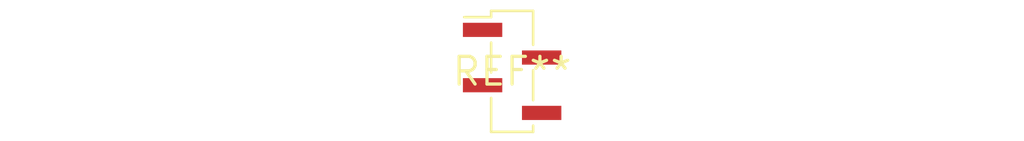
<source format=kicad_pcb>
(kicad_pcb (version 20240108) (generator pcbnew)
  (layers (0 "F.Cu" signal) (31 "B.Cu" signal) (34 "B.Paste" user) (35 "F.Paste" user) (36 "B.SilkS" user "B.Silkscreen") (37 "F.SilkS" user "F.Silkscreen") (38 "B.Mask" user) (39 "F.Mask" user) (44 "Edge.Cuts" user))
  (net 0 "")
  (footprint "PinSocket_1x04_P1.27mm_Vertical_SMD_Pin1Left" (layer "F.Cu") (at 0 0)
    (property "Reference" "REF**")
    (property "Value" "PinSocket_1x04_P1.27mm_Vertical_SMD_Pin1Left")
    (fp_line (start -2.19 -2.49) (end -0.96 -2.49) (layer "F.SilkS") (stroke (width 0.12)))
    (fp_line (start -0.96 -2.775) (end -0.96 -2.49) (layer "F.SilkS") (stroke (width 0.12)))
    (fp_line (start -0.96 -2.775) (end 0.96 -2.775) (layer "F.SilkS") (stroke (width 0.12)))
    (fp_line (start -0.96 -1.32) (end -0.96 0.05) (layer "F.SilkS") (stroke (width 0.12)))
    (fp_line (start -0.96 1.22) (end -0.96 2.775) (layer "F.SilkS") (stroke (width 0.12)))
    (fp_line (start -0.96 2.775) (end 0.96 2.775) (layer "F.SilkS") (stroke (width 0.12)))
    (fp_line (start 0.96 -2.775) (end 0.96 -1.22) (layer "F.SilkS") (stroke (width 0.12)))
    (fp_line (start 0.96 -0.05) (end 0.96 1.32) (layer "F.SilkS") (stroke (width 0.12)))
    (fp_line (start 0.96 2.49) (end 0.96 2.775) (layer "F.SilkS") (stroke (width 0.12)))
    (pad "1" smd rect (at -1.35 -1.905) (size 1.8 0.65) (layers "F.Cu" "F.Paste" "F.Mask"))
    (pad "2" smd rect (at 1.35 -0.635) (size 1.8 0.65) (layers "F.Cu" "F.Paste" "F.Mask"))
    (pad "3" smd rect (at -1.35 0.635) (size 1.8 0.65) (layers "F.Cu" "F.Paste" "F.Mask"))
    (pad "4" smd rect (at 1.35 1.905) (size 1.8 0.65) (layers "F.Cu" "F.Paste" "F.Mask"))
  )
)
</source>
